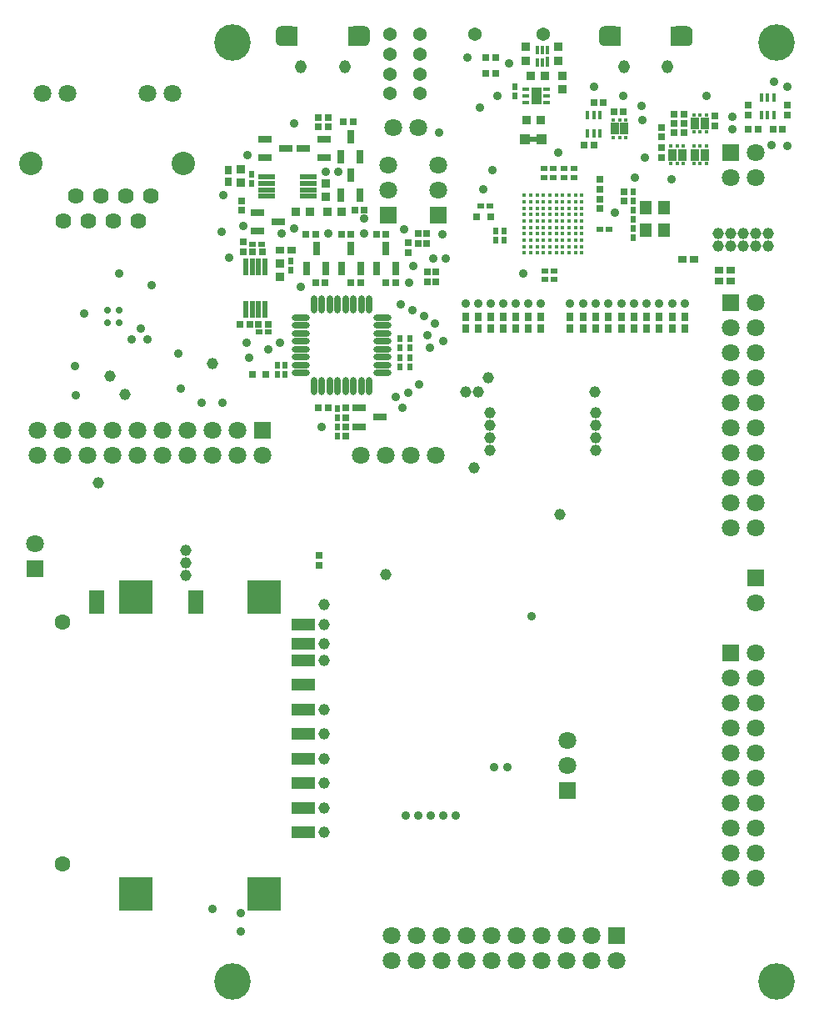
<source format=gbs>
G04 Layer_Color=16711935*
%FSLAX43Y43*%
%MOMM*%
G71*
G01*
G75*
%ADD18C,0.550*%
%ADD77C,0.700*%
%ADD88C,1.600*%
%ADD134R,0.900X0.510*%
%ADD137R,0.700X0.650*%
%ADD138R,0.900X0.750*%
%ADD139R,0.900X0.950*%
%ADD140R,0.600X0.750*%
%ADD142R,0.650X0.700*%
%ADD144R,0.800X0.800*%
%ADD145R,1.100X1.050*%
%ADD146R,0.750X0.600*%
%ADD159R,1.400X0.700*%
%ADD176R,0.950X0.900*%
%ADD180R,0.750X0.900*%
%ADD182C,1.150*%
%ADD183C,1.624*%
%ADD184C,1.802*%
%ADD185C,2.386*%
%ADD186R,0.100X0.100*%
%ADD187C,3.700*%
G04:AMPARAMS|DCode=188|XSize=2.2mm|YSize=2mm|CornerRadius=0.544mm|HoleSize=0mm|Usage=FLASHONLY|Rotation=0.000|XOffset=0mm|YOffset=0mm|HoleType=Round|Shape=RoundedRectangle|*
%AMROUNDEDRECTD188*
21,1,2.200,0.912,0,0,0.0*
21,1,1.112,2.000,0,0,0.0*
1,1,1.088,0.556,-0.456*
1,1,1.088,-0.556,-0.456*
1,1,1.088,-0.556,0.456*
1,1,1.088,0.556,0.456*
%
%ADD188ROUNDEDRECTD188*%
G04:AMPARAMS|DCode=189|XSize=1.15mm|YSize=1.35mm|CornerRadius=0.575mm|HoleSize=0mm|Usage=FLASHONLY|Rotation=180.000|XOffset=0mm|YOffset=0mm|HoleType=Round|Shape=RoundedRectangle|*
%AMROUNDEDRECTD189*
21,1,1.150,0.200,0,0,180.0*
21,1,0.000,1.350,0,0,180.0*
1,1,1.150,0.000,0.100*
1,1,1.150,0.000,0.100*
1,1,1.150,0.000,-0.100*
1,1,1.150,0.000,-0.100*
%
%ADD189ROUNDEDRECTD189*%
%ADD190C,1.800*%
%ADD191R,1.800X1.800*%
%ADD192R,1.800X1.800*%
%ADD193R,0.820X1.150*%
%ADD194R,0.450X0.400*%
%ADD195C,1.370*%
%ADD196R,3.400X3.400*%
%ADD197R,2.400X1.200*%
%ADD198R,1.500X2.400*%
%ADD199R,1.100X1.700*%
%ADD200R,0.700X0.400*%
%ADD201R,1.150X1.400*%
%ADD202C,0.380*%
%ADD203R,0.400X0.950*%
%ADD204R,0.400X1.050*%
%ADD205R,0.450X0.950*%
%ADD206R,0.700X1.400*%
%ADD207O,1.850X0.650*%
%ADD208O,0.650X1.850*%
%ADD209R,0.550X1.700*%
%ADD210R,1.700X0.550*%
%ADD211C,0.900*%
G36*
X-11398Y-675D02*
X-11396Y-675D01*
X-11348Y-679D01*
X-11347Y-679D01*
X-11345Y-679D01*
X-11292Y-686D01*
X-11289Y-687D01*
X-11285Y-688D01*
X-11232Y-703D01*
X-11230Y-703D01*
X-11228Y-704D01*
X-11185Y-720D01*
X-11183Y-721D01*
X-11181Y-722D01*
X-11139Y-742D01*
X-11137Y-743D01*
X-11134Y-745D01*
X-11090Y-773D01*
X-11088Y-774D01*
X-11087Y-775D01*
X-11049Y-804D01*
X-11047Y-805D01*
X-11046Y-806D01*
X-11007Y-840D01*
X-11004Y-843D01*
X-11001Y-846D01*
X-10972Y-882D01*
X-10971Y-883D01*
X-10971Y-884D01*
X-10943Y-921D01*
X-10941Y-923D01*
X-10940Y-926D01*
X-10916Y-967D01*
X-10915Y-969D01*
X-10914Y-970D01*
X-10894Y-1012D01*
X-10893Y-1014D01*
X-10892Y-1016D01*
X-10876Y-1058D01*
X-10875Y-1061D01*
X-10874Y-1064D01*
X-10862Y-1115D01*
X-10862Y-1117D01*
X-10861Y-1119D01*
X-10854Y-1164D01*
X-10854Y-1166D01*
X-10854Y-1168D01*
X-10850Y-1221D01*
X-10850Y-1223D01*
X-10850Y-1225D01*
Y-2125D01*
X-10850Y-2127D01*
X-10850Y-2129D01*
X-10854Y-2184D01*
X-10854Y-2186D01*
X-10855Y-2189D01*
X-10863Y-2234D01*
X-10863Y-2235D01*
X-10863Y-2237D01*
X-10875Y-2287D01*
X-10876Y-2290D01*
X-10877Y-2294D01*
X-10893Y-2334D01*
X-10906Y-2366D01*
X-10908Y-2370D01*
X-10910Y-2373D01*
X-10935Y-2416D01*
X-10936Y-2418D01*
X-10937Y-2420D01*
X-10963Y-2457D01*
X-10964Y-2458D01*
X-10965Y-2460D01*
X-10996Y-2498D01*
X-10999Y-2500D01*
X-11001Y-2503D01*
X-11046Y-2544D01*
X-11048Y-2546D01*
X-11050Y-2547D01*
X-11090Y-2577D01*
X-11092Y-2578D01*
X-11093Y-2579D01*
X-11139Y-2609D01*
X-11142Y-2610D01*
X-11145Y-2612D01*
X-11198Y-2636D01*
X-11201Y-2637D01*
X-11205Y-2638D01*
X-11292Y-2664D01*
X-11297Y-2665D01*
X-11301Y-2666D01*
X-11301Y-2666D01*
X-11301Y-2666D01*
X-11301D01*
X-11395Y-2675D01*
X-11398Y-2675D01*
X-11400Y-2675D01*
X-13000D01*
X-13010Y-2674D01*
X-13019Y-2671D01*
X-13028Y-2667D01*
X-13036Y-2661D01*
X-13042Y-2653D01*
X-13046Y-2644D01*
X-13049Y-2635D01*
X-13050Y-2625D01*
Y-725D01*
X-13049Y-715D01*
X-13046Y-706D01*
X-13042Y-697D01*
X-13036Y-689D01*
X-13028Y-683D01*
X-13019Y-679D01*
X-13010Y-676D01*
X-13000Y-675D01*
X-11400D01*
X-11398Y-675D01*
D02*
G37*
G36*
X-44232D02*
X-44230Y-675D01*
X-44182Y-679D01*
X-44181Y-679D01*
X-44179Y-679D01*
X-44126Y-686D01*
X-44123Y-687D01*
X-44119Y-688D01*
X-44066Y-703D01*
X-44064Y-703D01*
X-44062Y-704D01*
X-44019Y-720D01*
X-44017Y-721D01*
X-44015Y-722D01*
X-43973Y-742D01*
X-43971Y-743D01*
X-43968Y-745D01*
X-43924Y-773D01*
X-43922Y-774D01*
X-43921Y-775D01*
X-43883Y-804D01*
X-43881Y-805D01*
X-43880Y-806D01*
X-43841Y-840D01*
X-43838Y-843D01*
X-43835Y-846D01*
X-43806Y-882D01*
X-43805Y-883D01*
X-43805Y-884D01*
X-43777Y-921D01*
X-43775Y-923D01*
X-43774Y-926D01*
X-43750Y-967D01*
X-43749Y-969D01*
X-43748Y-970D01*
X-43728Y-1012D01*
X-43727Y-1014D01*
X-43726Y-1016D01*
X-43710Y-1058D01*
X-43709Y-1061D01*
X-43708Y-1064D01*
X-43696Y-1115D01*
X-43696Y-1117D01*
X-43695Y-1119D01*
X-43688Y-1164D01*
X-43688Y-1166D01*
X-43688Y-1168D01*
X-43684Y-1221D01*
X-43684Y-1223D01*
X-43684Y-1225D01*
Y-2125D01*
X-43684Y-2127D01*
X-43684Y-2129D01*
X-43688Y-2184D01*
X-43688Y-2186D01*
X-43689Y-2189D01*
X-43697Y-2234D01*
X-43697Y-2235D01*
X-43697Y-2237D01*
X-43709Y-2287D01*
X-43710Y-2290D01*
X-43711Y-2294D01*
X-43727Y-2334D01*
X-43740Y-2366D01*
X-43742Y-2370D01*
X-43744Y-2373D01*
X-43769Y-2416D01*
X-43770Y-2418D01*
X-43771Y-2420D01*
X-43797Y-2457D01*
X-43798Y-2458D01*
X-43799Y-2460D01*
X-43830Y-2498D01*
X-43833Y-2500D01*
X-43835Y-2503D01*
X-43880Y-2544D01*
X-43882Y-2546D01*
X-43884Y-2547D01*
X-43924Y-2577D01*
X-43926Y-2578D01*
X-43927Y-2579D01*
X-43973Y-2609D01*
X-43976Y-2610D01*
X-43979Y-2612D01*
X-44032Y-2636D01*
X-44035Y-2637D01*
X-44039Y-2638D01*
X-44126Y-2664D01*
X-44131Y-2665D01*
X-44135Y-2666D01*
X-44135Y-2666D01*
X-44135Y-2666D01*
X-44135D01*
X-44229Y-2675D01*
X-44232Y-2675D01*
X-44234Y-2675D01*
X-45834D01*
X-45844Y-2674D01*
X-45853Y-2671D01*
X-45862Y-2667D01*
X-45870Y-2661D01*
X-45876Y-2653D01*
X-45880Y-2644D01*
X-45883Y-2635D01*
X-45884Y-2625D01*
Y-725D01*
X-45883Y-715D01*
X-45880Y-706D01*
X-45876Y-697D01*
X-45870Y-689D01*
X-45862Y-683D01*
X-45853Y-679D01*
X-45844Y-676D01*
X-45834Y-675D01*
X-44234D01*
X-44232Y-675D01*
D02*
G37*
G36*
X-18190Y-676D02*
X-18181Y-679D01*
X-18172Y-683D01*
X-18164Y-689D01*
X-18158Y-697D01*
X-18154Y-706D01*
X-18151Y-715D01*
X-18150Y-725D01*
Y-2625D01*
X-18151Y-2635D01*
X-18154Y-2644D01*
X-18158Y-2653D01*
X-18164Y-2661D01*
X-18172Y-2667D01*
X-18181Y-2671D01*
X-18190Y-2674D01*
X-18200Y-2675D01*
X-19800D01*
X-19802Y-2675D01*
X-19804Y-2675D01*
X-19852Y-2671D01*
X-19853Y-2671D01*
X-19855Y-2671D01*
X-19908Y-2664D01*
X-19911Y-2663D01*
X-19915Y-2662D01*
X-19968Y-2647D01*
X-19970Y-2647D01*
X-19972Y-2646D01*
X-20015Y-2630D01*
X-20017Y-2629D01*
X-20019Y-2628D01*
X-20061Y-2608D01*
X-20063Y-2607D01*
X-20066Y-2605D01*
X-20110Y-2577D01*
X-20112Y-2576D01*
X-20113Y-2575D01*
X-20151Y-2546D01*
X-20153Y-2545D01*
X-20154Y-2544D01*
X-20193Y-2510D01*
X-20196Y-2507D01*
X-20199Y-2504D01*
X-20228Y-2468D01*
X-20229Y-2467D01*
X-20229Y-2466D01*
X-20257Y-2429D01*
X-20259Y-2427D01*
X-20260Y-2424D01*
X-20284Y-2383D01*
X-20285Y-2381D01*
X-20286Y-2380D01*
X-20306Y-2338D01*
X-20307Y-2336D01*
X-20308Y-2334D01*
X-20324Y-2292D01*
X-20325Y-2289D01*
X-20326Y-2286D01*
X-20338Y-2235D01*
X-20338Y-2233D01*
X-20339Y-2231D01*
X-20346Y-2186D01*
X-20346Y-2184D01*
X-20346Y-2182D01*
X-20350Y-2129D01*
X-20350Y-2127D01*
X-20350Y-2125D01*
Y-1225D01*
X-20350Y-1223D01*
X-20350Y-1221D01*
X-20346Y-1166D01*
X-20346Y-1164D01*
X-20345Y-1161D01*
X-20337Y-1116D01*
X-20337Y-1115D01*
X-20337Y-1113D01*
X-20325Y-1063D01*
X-20324Y-1060D01*
X-20323Y-1056D01*
X-20307Y-1016D01*
X-20294Y-984D01*
X-20292Y-980D01*
X-20290Y-977D01*
X-20265Y-934D01*
X-20264Y-932D01*
X-20263Y-930D01*
X-20237Y-893D01*
X-20236Y-892D01*
X-20235Y-890D01*
X-20204Y-852D01*
X-20201Y-850D01*
X-20199Y-847D01*
X-20154Y-806D01*
X-20152Y-804D01*
X-20150Y-803D01*
X-20110Y-773D01*
X-20108Y-772D01*
X-20107Y-771D01*
X-20061Y-742D01*
X-20058Y-740D01*
X-20055Y-738D01*
X-20002Y-714D01*
X-19999Y-713D01*
X-19995Y-712D01*
X-19908Y-686D01*
X-19903Y-685D01*
X-19899Y-684D01*
X-19899Y-684D01*
X-19899Y-684D01*
X-19899D01*
X-19805Y-675D01*
X-19802Y-675D01*
X-19800Y-675D01*
X-18200D01*
X-18190Y-676D01*
D02*
G37*
G36*
X-51024D02*
X-51015Y-679D01*
X-51006Y-683D01*
X-50998Y-689D01*
X-50992Y-697D01*
X-50988Y-706D01*
X-50985Y-715D01*
X-50984Y-725D01*
Y-2625D01*
X-50985Y-2635D01*
X-50988Y-2644D01*
X-50992Y-2653D01*
X-50998Y-2661D01*
X-51006Y-2667D01*
X-51015Y-2671D01*
X-51024Y-2674D01*
X-51034Y-2675D01*
X-52634D01*
X-52636Y-2675D01*
X-52638Y-2675D01*
X-52686Y-2671D01*
X-52687Y-2671D01*
X-52689Y-2671D01*
X-52742Y-2664D01*
X-52745Y-2663D01*
X-52749Y-2662D01*
X-52802Y-2647D01*
X-52804Y-2647D01*
X-52806Y-2646D01*
X-52849Y-2630D01*
X-52851Y-2629D01*
X-52853Y-2628D01*
X-52895Y-2608D01*
X-52897Y-2607D01*
X-52900Y-2605D01*
X-52944Y-2577D01*
X-52946Y-2576D01*
X-52947Y-2575D01*
X-52985Y-2546D01*
X-52987Y-2545D01*
X-52988Y-2544D01*
X-53027Y-2510D01*
X-53030Y-2507D01*
X-53033Y-2504D01*
X-53062Y-2468D01*
X-53063Y-2467D01*
X-53063Y-2466D01*
X-53091Y-2429D01*
X-53093Y-2427D01*
X-53094Y-2424D01*
X-53118Y-2383D01*
X-53119Y-2381D01*
X-53120Y-2380D01*
X-53140Y-2338D01*
X-53141Y-2336D01*
X-53142Y-2334D01*
X-53158Y-2292D01*
X-53159Y-2289D01*
X-53160Y-2286D01*
X-53172Y-2235D01*
X-53172Y-2233D01*
X-53173Y-2231D01*
X-53180Y-2186D01*
X-53180Y-2184D01*
X-53180Y-2182D01*
X-53184Y-2129D01*
X-53184Y-2127D01*
X-53184Y-2125D01*
Y-1225D01*
X-53184Y-1223D01*
X-53184Y-1221D01*
X-53180Y-1166D01*
X-53180Y-1164D01*
X-53179Y-1161D01*
X-53171Y-1116D01*
X-53171Y-1115D01*
X-53171Y-1113D01*
X-53159Y-1063D01*
X-53158Y-1060D01*
X-53157Y-1056D01*
X-53141Y-1016D01*
X-53128Y-984D01*
X-53126Y-980D01*
X-53124Y-977D01*
X-53099Y-934D01*
X-53098Y-932D01*
X-53097Y-930D01*
X-53071Y-893D01*
X-53070Y-892D01*
X-53069Y-890D01*
X-53038Y-852D01*
X-53035Y-850D01*
X-53033Y-847D01*
X-52988Y-806D01*
X-52986Y-804D01*
X-52984Y-803D01*
X-52944Y-773D01*
X-52942Y-772D01*
X-52941Y-771D01*
X-52895Y-742D01*
X-52892Y-740D01*
X-52889Y-738D01*
X-52836Y-714D01*
X-52833Y-713D01*
X-52829Y-712D01*
X-52742Y-686D01*
X-52737Y-685D01*
X-52733Y-684D01*
X-52733Y-684D01*
X-52733Y-684D01*
X-52733D01*
X-52639Y-675D01*
X-52636Y-675D01*
X-52634Y-675D01*
X-51034D01*
X-51024Y-676D01*
D02*
G37*
D18*
X-26725Y-8150D02*
D03*
Y-7350D02*
D03*
D77*
X-70300Y-30730D02*
D03*
Y-29530D02*
D03*
X-69100Y-30730D02*
D03*
Y-29530D02*
D03*
D88*
X-74925Y-85750D02*
D03*
Y-61150D02*
D03*
D134*
X-27050Y-12145D02*
D03*
D137*
X-55850Y-30900D02*
D03*
X-56850D02*
D03*
X-47850Y-39425D02*
D03*
X-48850D02*
D03*
X-17875Y-9350D02*
D03*
X-18875D02*
D03*
X-12700Y-10550D02*
D03*
X-11700D02*
D03*
X-4200Y-11100D02*
D03*
X-5200D02*
D03*
X-1700D02*
D03*
X-2700D02*
D03*
X-45350Y-10375D02*
D03*
X-46350D02*
D03*
X-47900Y-10850D02*
D03*
X-48900D02*
D03*
X-45200Y-19300D02*
D03*
X-44200D02*
D03*
X-54950Y-30900D02*
D03*
X-53950D02*
D03*
X-55600Y-23600D02*
D03*
X-54600D02*
D03*
X-48175Y-26675D02*
D03*
X-49175D02*
D03*
X-44600D02*
D03*
X-45600D02*
D03*
X-41050D02*
D03*
X-42050D02*
D03*
X-43000Y-21825D02*
D03*
X-42000D02*
D03*
X-46550D02*
D03*
X-45550D02*
D03*
X-50125D02*
D03*
X-49125D02*
D03*
X-30900Y-3879D02*
D03*
X-31900D02*
D03*
X-30900Y-5475D02*
D03*
X-31900D02*
D03*
X-47912Y-9908D02*
D03*
X-48912D02*
D03*
X-11700Y-9625D02*
D03*
X-12700D02*
D03*
X-11700Y-11500D02*
D03*
X-12700D02*
D03*
X-19900Y-8401D02*
D03*
X-20900D02*
D03*
X-21875Y-12775D02*
D03*
X-20875D02*
D03*
D138*
X-8175Y-26550D02*
D03*
X-6975D02*
D03*
X-8175Y-25400D02*
D03*
X-6975D02*
D03*
X-52825Y-23425D02*
D03*
X-51625D02*
D03*
X-11903Y-24300D02*
D03*
X-10703D02*
D03*
D139*
X-27275Y-5700D02*
D03*
X-25875D02*
D03*
X-26325Y-10175D02*
D03*
X-27725D02*
D03*
X-46550Y-19475D02*
D03*
X-47950D02*
D03*
X-49750D02*
D03*
X-51150D02*
D03*
D140*
X-16900Y-21225D02*
D03*
Y-22175D02*
D03*
Y-17475D02*
D03*
Y-18425D02*
D03*
X-39575Y-32400D02*
D03*
Y-33350D02*
D03*
X-30875Y-22375D02*
D03*
Y-21425D02*
D03*
X-30000Y-22375D02*
D03*
Y-21425D02*
D03*
X-16900Y-20275D02*
D03*
Y-19325D02*
D03*
X-28900Y-7775D02*
D03*
Y-6825D02*
D03*
X-40600Y-35300D02*
D03*
Y-34350D02*
D03*
X-39575Y-35300D02*
D03*
Y-34350D02*
D03*
X-40600Y-32400D02*
D03*
Y-33350D02*
D03*
X-52250Y-35050D02*
D03*
Y-36000D02*
D03*
X-53075Y-35050D02*
D03*
Y-36000D02*
D03*
X-46975Y-42300D02*
D03*
Y-41350D02*
D03*
Y-40400D02*
D03*
Y-39450D02*
D03*
X-51650Y-24500D02*
D03*
Y-25450D02*
D03*
X-55650Y-16650D02*
D03*
Y-15700D02*
D03*
D142*
X-56500Y-22575D02*
D03*
Y-23575D02*
D03*
X-37825Y-25628D02*
D03*
Y-26628D02*
D03*
X-36925Y-25628D02*
D03*
Y-26628D02*
D03*
X-38700Y-21750D02*
D03*
Y-22750D02*
D03*
X-37875Y-22750D02*
D03*
Y-21750D02*
D03*
X-17800Y-17450D02*
D03*
Y-18450D02*
D03*
X-20300Y-18200D02*
D03*
Y-19200D02*
D03*
Y-17200D02*
D03*
Y-16200D02*
D03*
X-1200Y-9700D02*
D03*
Y-8700D02*
D03*
X-5200Y-8700D02*
D03*
Y-9700D02*
D03*
X-14000Y-11925D02*
D03*
Y-10925D02*
D03*
Y-13975D02*
D03*
Y-12975D02*
D03*
X-46125Y-40425D02*
D03*
Y-39425D02*
D03*
Y-42325D02*
D03*
Y-41325D02*
D03*
X-56700Y-19375D02*
D03*
Y-18375D02*
D03*
X-39750Y-22675D02*
D03*
Y-23675D02*
D03*
X-8575Y-10775D02*
D03*
Y-9775D02*
D03*
X-48800Y-54375D02*
D03*
Y-55375D02*
D03*
D144*
X-31375Y-20000D02*
D03*
X-32775D02*
D03*
X-55600Y-36000D02*
D03*
X-54200D02*
D03*
D145*
X-27900Y-12150D02*
D03*
X-26200D02*
D03*
D146*
X-24900Y-26400D02*
D03*
X-25850D02*
D03*
X-24900Y-25500D02*
D03*
X-25850D02*
D03*
X-19325Y-21300D02*
D03*
X-20275D02*
D03*
X-22925Y-16000D02*
D03*
X-23875D02*
D03*
X-22925Y-15100D02*
D03*
X-23875D02*
D03*
X-25975Y-16000D02*
D03*
X-25025D02*
D03*
X-25975Y-15100D02*
D03*
X-25025D02*
D03*
X-32400Y-18900D02*
D03*
X-31450D02*
D03*
X-53975Y-31725D02*
D03*
X-54925D02*
D03*
X-54625Y-22775D02*
D03*
X-55575D02*
D03*
D159*
X-54300Y-14025D02*
D03*
Y-12125D02*
D03*
X-52200Y-13075D02*
D03*
X-48300Y-12125D02*
D03*
Y-14025D02*
D03*
X-50400Y-13075D02*
D03*
X-55050Y-21475D02*
D03*
Y-19575D02*
D03*
X-52950Y-20525D02*
D03*
X-44735Y-41325D02*
D03*
Y-39425D02*
D03*
X-42635Y-40375D02*
D03*
D176*
X-24500Y-2750D02*
D03*
Y-4150D02*
D03*
X-27800Y-2750D02*
D03*
Y-4150D02*
D03*
X-24075Y-7075D02*
D03*
Y-5675D02*
D03*
X-52750Y-26125D02*
D03*
Y-24725D02*
D03*
X-56750Y-15175D02*
D03*
Y-16575D02*
D03*
X-48125Y-16625D02*
D03*
Y-18025D02*
D03*
D180*
X-26280Y-30175D02*
D03*
Y-31375D02*
D03*
X-28830Y-30175D02*
D03*
Y-31375D02*
D03*
X-19400Y-31375D02*
D03*
Y-30175D02*
D03*
X-20700Y-31375D02*
D03*
Y-30175D02*
D03*
X-32655D02*
D03*
Y-31375D02*
D03*
X-11674Y-30150D02*
D03*
Y-31350D02*
D03*
X-58075Y-16450D02*
D03*
Y-15250D02*
D03*
X-14225Y-31350D02*
D03*
Y-30150D02*
D03*
X-27555Y-30175D02*
D03*
Y-31375D02*
D03*
X-30105Y-30175D02*
D03*
Y-31375D02*
D03*
X-31380Y-30175D02*
D03*
Y-31375D02*
D03*
X-23300Y-30175D02*
D03*
Y-31375D02*
D03*
X-22000Y-30175D02*
D03*
Y-31375D02*
D03*
X-33930Y-30175D02*
D03*
Y-31375D02*
D03*
X-12950Y-31350D02*
D03*
Y-30150D02*
D03*
X-18100Y-30175D02*
D03*
Y-31375D02*
D03*
X-16800Y-30175D02*
D03*
Y-31375D02*
D03*
X-15500Y-31350D02*
D03*
Y-30150D02*
D03*
D182*
X-68538Y-38055D02*
D03*
X-71225Y-47025D02*
D03*
X-70088Y-36225D02*
D03*
X-31655Y-36325D02*
D03*
X-32660Y-37780D02*
D03*
X-33930D02*
D03*
X-59625Y-34925D02*
D03*
X-42025Y-56375D02*
D03*
X-20800Y-37777D02*
D03*
X-33025Y-45525D02*
D03*
X-48325Y-59400D02*
D03*
Y-75030D02*
D03*
Y-72530D02*
D03*
Y-82530D02*
D03*
Y-80030D02*
D03*
Y-77530D02*
D03*
Y-70030D02*
D03*
Y-65100D02*
D03*
Y-63400D02*
D03*
Y-61400D02*
D03*
X-8240Y-21740D02*
D03*
Y-23010D02*
D03*
X-3160D02*
D03*
X-4430D02*
D03*
X-5700D02*
D03*
X-6970D02*
D03*
Y-21740D02*
D03*
X-5700D02*
D03*
X-4430D02*
D03*
X-3160D02*
D03*
X-62325Y-55135D02*
D03*
Y-53865D02*
D03*
X-31425Y-43705D02*
D03*
X-62325Y-56405D02*
D03*
X-20725Y-39895D02*
D03*
Y-43705D02*
D03*
Y-42435D02*
D03*
Y-41165D02*
D03*
X-31425Y-42435D02*
D03*
Y-41165D02*
D03*
Y-39895D02*
D03*
X-24325Y-50275D02*
D03*
D183*
X-73500Y-17925D02*
D03*
X-70960D02*
D03*
X-65880D02*
D03*
X-68420D02*
D03*
X-69690Y-20465D02*
D03*
X-67150D02*
D03*
X-72230D02*
D03*
X-74770D02*
D03*
D184*
X-76954Y-7511D02*
D03*
X-63696D02*
D03*
X-74414D02*
D03*
X-66236D02*
D03*
D185*
X-62578Y-14623D02*
D03*
X-78072D02*
D03*
D186*
X-76040Y-11575D02*
D03*
X-64610D02*
D03*
D187*
X-2350Y-2350D02*
D03*
X-57650D02*
D03*
X-2350Y-97650D02*
D03*
X-57650D02*
D03*
D188*
X-11950Y-1675D02*
D03*
X-19250D02*
D03*
X-52084D02*
D03*
X-44784D02*
D03*
D189*
X-17825Y-4800D02*
D03*
X-13375D02*
D03*
X-46209D02*
D03*
X-50659D02*
D03*
D190*
X-28730Y-95570D02*
D03*
X-18570D02*
D03*
X-21110D02*
D03*
Y-93030D02*
D03*
X-23650Y-95570D02*
D03*
Y-93030D02*
D03*
X-26190Y-95570D02*
D03*
Y-93030D02*
D03*
X-28730D02*
D03*
X-41430D02*
D03*
X-38890D02*
D03*
Y-95570D02*
D03*
X-36350Y-93030D02*
D03*
Y-95570D02*
D03*
X-33810Y-93030D02*
D03*
Y-95570D02*
D03*
X-31270D02*
D03*
Y-93030D02*
D03*
X-41430Y-95570D02*
D03*
X-36696Y-14760D02*
D03*
Y-17300D02*
D03*
X-41776Y-14760D02*
D03*
Y-17300D02*
D03*
X-4430Y-87150D02*
D03*
X-6970Y-76990D02*
D03*
X-4430D02*
D03*
Y-79530D02*
D03*
X-6970D02*
D03*
X-4430Y-82070D02*
D03*
X-6970D02*
D03*
X-4430Y-84610D02*
D03*
X-6970D02*
D03*
Y-87150D02*
D03*
Y-74450D02*
D03*
Y-71910D02*
D03*
X-4430D02*
D03*
X-6970Y-69370D02*
D03*
X-4430D02*
D03*
X-6970Y-66830D02*
D03*
X-4430D02*
D03*
Y-64290D02*
D03*
Y-74450D02*
D03*
X-38730Y-10950D02*
D03*
X-41270D02*
D03*
X-4430Y-51590D02*
D03*
X-6970Y-41430D02*
D03*
X-4430D02*
D03*
Y-43970D02*
D03*
X-6970D02*
D03*
X-4430Y-46510D02*
D03*
X-6970D02*
D03*
X-4430Y-49050D02*
D03*
X-6970D02*
D03*
Y-51590D02*
D03*
Y-38890D02*
D03*
Y-36350D02*
D03*
X-4430D02*
D03*
X-6970Y-33810D02*
D03*
X-4430D02*
D03*
X-6970Y-31270D02*
D03*
X-4430D02*
D03*
Y-28730D02*
D03*
Y-38890D02*
D03*
X-6970Y-16030D02*
D03*
X-4430D02*
D03*
Y-13490D02*
D03*
X-77700Y-53243D02*
D03*
X-23575Y-75700D02*
D03*
Y-73160D02*
D03*
X-4430Y-59210D02*
D03*
X-41995Y-44245D02*
D03*
X-44535D02*
D03*
X-39455D02*
D03*
X-36915D02*
D03*
X-64730Y-41705D02*
D03*
Y-44245D02*
D03*
X-62190Y-41705D02*
D03*
Y-44245D02*
D03*
X-59650Y-41705D02*
D03*
Y-44245D02*
D03*
X-57110Y-41705D02*
D03*
Y-44245D02*
D03*
X-54570D02*
D03*
X-67270D02*
D03*
X-69810D02*
D03*
Y-41705D02*
D03*
X-72350Y-44245D02*
D03*
Y-41705D02*
D03*
X-74890Y-44245D02*
D03*
Y-41705D02*
D03*
X-77430Y-44245D02*
D03*
Y-41705D02*
D03*
X-67270D02*
D03*
D191*
X-18570Y-93030D02*
D03*
X-54570Y-41705D02*
D03*
D192*
X-36696Y-19840D02*
D03*
X-41776D02*
D03*
X-6970Y-64290D02*
D03*
Y-28730D02*
D03*
Y-13490D02*
D03*
X-77700Y-55783D02*
D03*
X-23575Y-78240D02*
D03*
X-4430Y-56670D02*
D03*
D193*
X-18765Y-11075D02*
D03*
X-17785Y-11075D02*
D03*
X-12915Y-13725D02*
D03*
X-11935Y-13725D02*
D03*
X-10586Y-13725D02*
D03*
X-9606Y-13725D02*
D03*
X-10586Y-10550D02*
D03*
X-9606Y-10550D02*
D03*
D194*
X-17625Y-10200D02*
D03*
X-18275D02*
D03*
X-18925D02*
D03*
Y-11950D02*
D03*
X-18275D02*
D03*
X-17625D02*
D03*
X-13075Y-12850D02*
D03*
X-12425D02*
D03*
X-11775D02*
D03*
Y-14600D02*
D03*
X-12425D02*
D03*
X-13075D02*
D03*
X-10746Y-12850D02*
D03*
X-10096D02*
D03*
X-9446D02*
D03*
Y-14600D02*
D03*
X-10096D02*
D03*
X-10746D02*
D03*
Y-9675D02*
D03*
X-10096D02*
D03*
X-9446D02*
D03*
Y-11425D02*
D03*
X-10096D02*
D03*
X-10746D02*
D03*
D195*
X-33000Y-1500D02*
D03*
X-26000D02*
D03*
X-41600D02*
D03*
X-38600D02*
D03*
X-41600Y-3500D02*
D03*
Y-5500D02*
D03*
X-38600D02*
D03*
X-41600Y-7500D02*
D03*
X-38600Y-3500D02*
D03*
Y-7500D02*
D03*
D196*
X-67425Y-88800D02*
D03*
X-54425D02*
D03*
Y-58650D02*
D03*
X-67425D02*
D03*
D197*
X-50425Y-80030D02*
D03*
Y-77530D02*
D03*
Y-75030D02*
D03*
Y-72530D02*
D03*
Y-70030D02*
D03*
Y-67530D02*
D03*
Y-65100D02*
D03*
Y-63400D02*
D03*
Y-82530D02*
D03*
Y-61400D02*
D03*
D198*
X-61375Y-59150D02*
D03*
X-71425D02*
D03*
D199*
X-26725Y-7750D02*
D03*
D200*
X-25675Y-8400D02*
D03*
Y-7750D02*
D03*
Y-7100D02*
D03*
X-27775D02*
D03*
Y-7750D02*
D03*
Y-8400D02*
D03*
D201*
X-13775Y-21400D02*
D03*
X-15625Y-19100D02*
D03*
Y-21400D02*
D03*
X-13775Y-19100D02*
D03*
D202*
X-27950Y-17850D02*
D03*
X-27300D02*
D03*
X-26650D02*
D03*
X-26000D02*
D03*
X-25350D02*
D03*
X-24700D02*
D03*
X-24050D02*
D03*
X-23400D02*
D03*
X-22750D02*
D03*
X-22100D02*
D03*
X-27950Y-18500D02*
D03*
X-27300D02*
D03*
X-26650D02*
D03*
X-26000D02*
D03*
X-25350D02*
D03*
X-24700D02*
D03*
X-24050D02*
D03*
X-23400D02*
D03*
X-22750D02*
D03*
X-22100D02*
D03*
X-27950Y-19150D02*
D03*
X-27300D02*
D03*
X-26650D02*
D03*
X-26000D02*
D03*
X-25350D02*
D03*
X-24700D02*
D03*
X-24050D02*
D03*
X-23400D02*
D03*
X-22750D02*
D03*
X-27950Y-19800D02*
D03*
X-27300D02*
D03*
X-26650D02*
D03*
X-26000D02*
D03*
X-25350D02*
D03*
X-24700D02*
D03*
X-24050D02*
D03*
X-23400D02*
D03*
X-22750D02*
D03*
X-27950Y-20450D02*
D03*
X-27300D02*
D03*
X-26650D02*
D03*
X-26000D02*
D03*
X-25350D02*
D03*
X-24700D02*
D03*
X-24050D02*
D03*
X-23400D02*
D03*
X-22750D02*
D03*
X-27950Y-21750D02*
D03*
X-27300D02*
D03*
X-26650D02*
D03*
X-26000D02*
D03*
X-25350D02*
D03*
X-24700D02*
D03*
X-24050D02*
D03*
X-23400D02*
D03*
X-22750D02*
D03*
X-27950Y-22400D02*
D03*
X-27300D02*
D03*
X-26650D02*
D03*
X-26000D02*
D03*
X-25350D02*
D03*
X-24700D02*
D03*
X-24050D02*
D03*
X-23400D02*
D03*
X-22750D02*
D03*
X-27950Y-23050D02*
D03*
X-27300D02*
D03*
X-26650D02*
D03*
X-26000D02*
D03*
X-25350D02*
D03*
X-24700D02*
D03*
X-24050D02*
D03*
X-23400D02*
D03*
X-22750D02*
D03*
X-27950Y-23700D02*
D03*
X-27300D02*
D03*
X-26650D02*
D03*
X-26000D02*
D03*
X-25350D02*
D03*
X-24700D02*
D03*
X-24050D02*
D03*
X-23400D02*
D03*
X-22750D02*
D03*
X-27950Y-21100D02*
D03*
X-27300D02*
D03*
X-26650D02*
D03*
X-26000D02*
D03*
X-25350D02*
D03*
X-24700D02*
D03*
X-24050D02*
D03*
X-23400D02*
D03*
X-22750D02*
D03*
X-22100D02*
D03*
Y-19150D02*
D03*
Y-19800D02*
D03*
Y-20450D02*
D03*
Y-21750D02*
D03*
Y-22400D02*
D03*
Y-23050D02*
D03*
Y-23700D02*
D03*
D203*
X-26150Y-3100D02*
D03*
Y-4350D02*
D03*
X-25650Y-3100D02*
D03*
X-26650D02*
D03*
Y-4350D02*
D03*
D204*
X-25650Y-4300D02*
D03*
D205*
X-3875Y-7875D02*
D03*
X-3225D02*
D03*
X-2575D02*
D03*
Y-9725D02*
D03*
X-3225D02*
D03*
X-3875D02*
D03*
X-21544Y-9679D02*
D03*
X-20894D02*
D03*
X-20244D02*
D03*
Y-11529D02*
D03*
X-20894D02*
D03*
X-21544D02*
D03*
D206*
X-44675Y-13950D02*
D03*
X-46575D02*
D03*
X-45625Y-11850D02*
D03*
X-44675Y-17850D02*
D03*
X-46575D02*
D03*
X-45625Y-15750D02*
D03*
X-41050Y-25300D02*
D03*
X-42950D02*
D03*
X-42000Y-23200D02*
D03*
X-44600Y-25300D02*
D03*
X-46500D02*
D03*
X-45550Y-23200D02*
D03*
X-48150Y-25300D02*
D03*
X-50050D02*
D03*
X-49100Y-23200D02*
D03*
D207*
X-42399Y-35851D02*
D03*
Y-35051D02*
D03*
Y-34251D02*
D03*
Y-33451D02*
D03*
Y-32651D02*
D03*
Y-31851D02*
D03*
Y-31051D02*
D03*
Y-30251D02*
D03*
X-50649D02*
D03*
Y-31051D02*
D03*
Y-31851D02*
D03*
Y-32651D02*
D03*
Y-33451D02*
D03*
Y-34251D02*
D03*
Y-35051D02*
D03*
Y-35851D02*
D03*
D208*
X-43724Y-28926D02*
D03*
X-44524D02*
D03*
X-45324D02*
D03*
X-46124D02*
D03*
X-46924D02*
D03*
X-47724D02*
D03*
X-48524D02*
D03*
X-49324D02*
D03*
Y-37176D02*
D03*
X-48524D02*
D03*
X-47724D02*
D03*
X-46924D02*
D03*
X-46124D02*
D03*
X-45324D02*
D03*
X-44524D02*
D03*
X-43724D02*
D03*
D209*
X-54300Y-29375D02*
D03*
X-54950D02*
D03*
X-55600D02*
D03*
X-56250D02*
D03*
X-54300Y-25125D02*
D03*
X-54950D02*
D03*
X-55600D02*
D03*
X-56250D02*
D03*
D210*
X-49900Y-15975D02*
D03*
Y-16625D02*
D03*
Y-17275D02*
D03*
Y-17925D02*
D03*
X-54150Y-15975D02*
D03*
Y-16625D02*
D03*
Y-17275D02*
D03*
Y-17925D02*
D03*
D211*
X-15675Y-13975D02*
D03*
X-40300Y-39425D02*
D03*
X-44275Y-21725D02*
D03*
X-40209Y-21300D02*
D03*
X-29525Y-4424D02*
D03*
X-46830Y-15420D02*
D03*
X-30650Y-7750D02*
D03*
X-58575Y-17850D02*
D03*
X-57950Y-24175D02*
D03*
X-50649Y-27124D02*
D03*
X-51375Y-21175D02*
D03*
X-37550Y-33350D02*
D03*
X-52625Y-21725D02*
D03*
X-56150Y-32775D02*
D03*
X-48125Y-15425D02*
D03*
X-58675Y-21575D02*
D03*
X-51336Y-10500D02*
D03*
X-18757Y-19575D02*
D03*
X-2800Y-12775D02*
D03*
X-2575Y-6300D02*
D03*
X-47850Y-21700D02*
D03*
X-31380Y-28825D02*
D03*
X-30105D02*
D03*
X-28830Y-28825D02*
D03*
X-27555Y-28825D02*
D03*
X-26280D02*
D03*
X-53975Y-33500D02*
D03*
X-56548Y-20950D02*
D03*
X-24525Y-13525D02*
D03*
X-32125Y-17250D02*
D03*
X-55900Y-34300D02*
D03*
X-48575Y-41350D02*
D03*
X-20900Y-6826D02*
D03*
X-15925Y-10200D02*
D03*
X-9446Y-7779D02*
D03*
X-73600Y-35216D02*
D03*
X-34960Y-80845D02*
D03*
X-36230D02*
D03*
X-37500D02*
D03*
X-38770D02*
D03*
X-40040D02*
D03*
X-36175Y-32650D02*
D03*
X-37800Y-32075D02*
D03*
X-38130Y-30095D02*
D03*
X-37000Y-30825D02*
D03*
X-39327Y-29500D02*
D03*
X-40525Y-28950D02*
D03*
X-62900Y-37475D02*
D03*
X-58650Y-38875D02*
D03*
X-60775D02*
D03*
X-6800Y-9825D02*
D03*
X-31200Y-15275D02*
D03*
X-12975Y-16175D02*
D03*
X-63075Y-33924D02*
D03*
X-35925Y-24250D02*
D03*
X-37200Y-24250D02*
D03*
X-16725Y-16050D02*
D03*
X-39225Y-24975D02*
D03*
X-52750Y-32799D02*
D03*
X-36275Y-21825D02*
D03*
X-33717Y-3879D02*
D03*
X-39700Y-26675D02*
D03*
X-44200Y-20225D02*
D03*
X-6800Y-11100D02*
D03*
X-56106Y-13748D02*
D03*
X-33930Y-28825D02*
D03*
X-32655D02*
D03*
X-28075Y-25750D02*
D03*
X-1250Y-6825D02*
D03*
X-1250Y-12800D02*
D03*
X-16050Y-8775D02*
D03*
X-36625Y-11450D02*
D03*
X-39725Y-37900D02*
D03*
X-38650Y-37075D02*
D03*
X-22000Y-28825D02*
D03*
X-23300Y-28825D02*
D03*
X-16800Y-28825D02*
D03*
X-15500D02*
D03*
X-14225D02*
D03*
X-12950D02*
D03*
X-11674Y-28825D02*
D03*
X-18100Y-28825D02*
D03*
X-19400D02*
D03*
X-20700D02*
D03*
X-31000Y-75900D02*
D03*
X-59625Y-90250D02*
D03*
X-56800Y-90750D02*
D03*
X-56800Y-92575D02*
D03*
X-29700Y-75900D02*
D03*
X-65861Y-27000D02*
D03*
X-69162Y-25737D02*
D03*
X-67840Y-32490D02*
D03*
X-66950Y-31355D02*
D03*
X-66275Y-32475D02*
D03*
X-27225Y-60600D02*
D03*
X-32500Y-8925D02*
D03*
X-17875Y-7775D02*
D03*
X-72675Y-29880D02*
D03*
X-41000Y-38325D02*
D03*
X-73525Y-38117D02*
D03*
M02*

</source>
